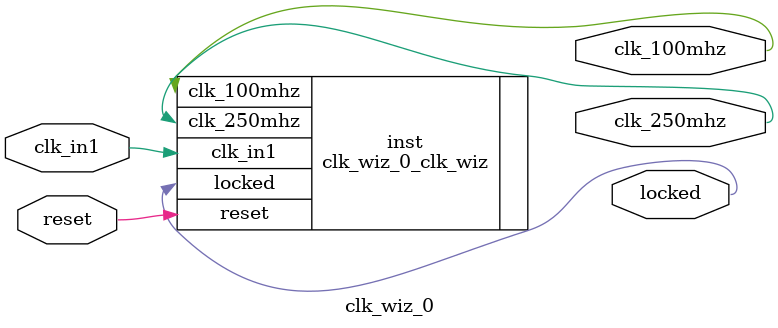
<source format=v>


`timescale 1ps/1ps

(* CORE_GENERATION_INFO = "clk_wiz_0,clk_wiz_v6_0_11_0_0,{component_name=clk_wiz_0,use_phase_alignment=false,use_min_o_jitter=false,use_max_i_jitter=false,use_dyn_phase_shift=false,use_inclk_switchover=false,use_dyn_reconfig=false,enable_axi=0,feedback_source=FDBK_AUTO,PRIMITIVE=PLL,num_out_clk=2,clkin1_period=10.000,clkin2_period=10.000,use_power_down=false,use_reset=true,use_locked=true,use_inclk_stopped=false,feedback_type=SINGLE,CLOCK_MGR_TYPE=NA,manual_override=false}" *)

module clk_wiz_0 
 (
  // Clock out ports
  output        clk_100mhz,
  output        clk_250mhz,
  // Status and control signals
  input         reset,
  output        locked,
 // Clock in ports
  input         clk_in1
 );

  clk_wiz_0_clk_wiz inst
  (
  // Clock out ports  
  .clk_100mhz(clk_100mhz),
  .clk_250mhz(clk_250mhz),
  // Status and control signals               
  .reset(reset), 
  .locked(locked),
 // Clock in ports
  .clk_in1(clk_in1)
  );

endmodule

</source>
